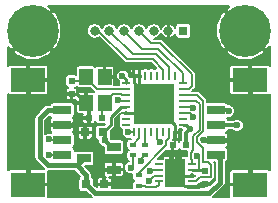
<source format=gtl>
G04 #@! TF.FileFunction,Copper,L1,Top,Signal*
%FSLAX46Y46*%
G04 Gerber Fmt 4.6, Leading zero omitted, Abs format (unit mm)*
G04 Created by KiCad (PCBNEW 4.0.1-stable) date 2016 September 01, Thursday 02:04:04*
%MOMM*%
G01*
G04 APERTURE LIST*
%ADD10C,0.100000*%
%ADD11R,0.600000X0.400000*%
%ADD12R,1.200000X0.800000*%
%ADD13R,1.300000X0.800000*%
%ADD14R,0.800000X0.750000*%
%ADD15R,0.500000X0.600000*%
%ADD16C,4.400000*%
%ADD17R,0.600000X0.500000*%
%ADD18R,1.600000X0.800000*%
%ADD19R,3.000000X2.100000*%
%ADD20R,0.700000X0.250000*%
%ADD21R,0.250000X0.700000*%
%ADD22R,1.725000X1.725000*%
%ADD23R,0.830000X1.190000*%
%ADD24R,1.150000X1.400000*%
%ADD25R,0.800000X0.800000*%
%ADD26O,0.800000X0.800000*%
%ADD27C,0.600000*%
%ADD28C,0.250000*%
%ADD29C,0.300000*%
%ADD30C,0.160000*%
%ADD31C,0.400000*%
G04 APERTURE END LIST*
D10*
D11*
X49500000Y-54550000D03*
X49500000Y-53650000D03*
D12*
X47875000Y-55750000D03*
X47875000Y-53850000D03*
D13*
X45325000Y-54800000D03*
D14*
X45550000Y-57000000D03*
X47050000Y-57000000D03*
D15*
X55600000Y-55850000D03*
X55600000Y-56950000D03*
D16*
X59000000Y-44000000D03*
X41000000Y-44000000D03*
D14*
X46950000Y-52600000D03*
X45450000Y-52600000D03*
D17*
X53950000Y-53700000D03*
X52850000Y-53700000D03*
X46850000Y-51400000D03*
X45750000Y-51400000D03*
D15*
X44300000Y-48250000D03*
X44300000Y-49350000D03*
D18*
X56500000Y-50725000D03*
X56500000Y-51975000D03*
X56500000Y-53225000D03*
X56500000Y-54475000D03*
D19*
X59400000Y-57025000D03*
X59400000Y-48175000D03*
D18*
X43500000Y-54475000D03*
X43500000Y-53225000D03*
X43500000Y-51975000D03*
X43500000Y-50725000D03*
D19*
X40600000Y-48175000D03*
X40600000Y-57025000D03*
D11*
X50500000Y-54550000D03*
X50500000Y-53650000D03*
X50000000Y-57150000D03*
X50000000Y-56250000D03*
D20*
X48900000Y-48450000D03*
X48900000Y-48950000D03*
X48900000Y-49450000D03*
X48900000Y-49950000D03*
X48900000Y-50450000D03*
X48900000Y-50950000D03*
X48900000Y-51450000D03*
X48900000Y-51950000D03*
D21*
X49550000Y-52600000D03*
X50050000Y-52600000D03*
X50550000Y-52600000D03*
X51050000Y-52600000D03*
X51550000Y-52600000D03*
X52050000Y-52600000D03*
X52550000Y-52600000D03*
X53050000Y-52600000D03*
D20*
X53700000Y-51950000D03*
X53700000Y-51450000D03*
X53700000Y-50950000D03*
X53700000Y-50450000D03*
X53700000Y-49950000D03*
X53700000Y-49450000D03*
X53700000Y-48950000D03*
X53700000Y-48450000D03*
D21*
X53050000Y-47800000D03*
X52550000Y-47800000D03*
X52050000Y-47800000D03*
X51550000Y-47800000D03*
X51050000Y-47800000D03*
X50550000Y-47800000D03*
X50050000Y-47800000D03*
X49550000Y-47800000D03*
D22*
X52162500Y-51062500D03*
X52162500Y-49337500D03*
X50437500Y-51062500D03*
X50437500Y-49337500D03*
D20*
X54485000Y-56755000D03*
X54485000Y-56255000D03*
X54485000Y-55755000D03*
X54485000Y-55255000D03*
X51685000Y-55255000D03*
X51685000Y-55755000D03*
X51685000Y-56255000D03*
X51685000Y-56755000D03*
D23*
X52670000Y-55410000D03*
X52670000Y-56600000D03*
X53500000Y-55410000D03*
X53500000Y-56600000D03*
D24*
X45500000Y-50100000D03*
X45500000Y-47900000D03*
X47100000Y-47900000D03*
X47100000Y-50100000D03*
D25*
X53750000Y-44000000D03*
D26*
X52500000Y-44000000D03*
X51250000Y-44000000D03*
X50000000Y-44000000D03*
X48750000Y-44000000D03*
X47500000Y-44000000D03*
X46250000Y-44000000D03*
D27*
X48600000Y-47800000D03*
X47100000Y-53285000D03*
X54300000Y-52300000D03*
X54919989Y-54585286D03*
X46600000Y-55375000D03*
X50000000Y-50800000D03*
X50000000Y-49200000D03*
X59400000Y-52600000D03*
X40600000Y-52600000D03*
X44600000Y-51975000D03*
X55540010Y-53208126D03*
X53318842Y-54618842D03*
X48200000Y-49900000D03*
X57600000Y-50800000D03*
X50900000Y-55908082D03*
X42400000Y-54500000D03*
X58300000Y-52000000D03*
X50874998Y-56700000D03*
X42400000Y-53200000D03*
X49300000Y-55600000D03*
X50159157Y-55059157D03*
X51769989Y-53408833D03*
X54599979Y-51260001D03*
X54599979Y-50500000D03*
X49100000Y-52600000D03*
D28*
X48900000Y-48450000D02*
X48900000Y-48100000D01*
X48900000Y-48100000D02*
X48600000Y-47800000D01*
X48900000Y-50450000D02*
X48476796Y-50450000D01*
X47600000Y-51326796D02*
X47600000Y-51975000D01*
X48476796Y-50450000D02*
X47600000Y-51326796D01*
X47600000Y-51975000D02*
X46975000Y-52600000D01*
X46975000Y-52600000D02*
X46950000Y-52600000D01*
X53700000Y-51950000D02*
X53950000Y-51950000D01*
X53950000Y-51950000D02*
X54300000Y-52300000D01*
D29*
X53950000Y-53700000D02*
X53950000Y-52650000D01*
X53950000Y-52650000D02*
X54300000Y-52300000D01*
D28*
X54485000Y-55755000D02*
X55505000Y-55755000D01*
X55505000Y-55755000D02*
X55600000Y-55850000D01*
D29*
X47100000Y-53285000D02*
X47100000Y-52750000D01*
X47100000Y-52750000D02*
X46950000Y-52600000D01*
X47875000Y-53850000D02*
X47665000Y-53850000D01*
X47665000Y-53850000D02*
X47100000Y-53285000D01*
D30*
X54485000Y-55755000D02*
X54995000Y-55755000D01*
X54995000Y-55755000D02*
X55075001Y-55674999D01*
X55075001Y-55674999D02*
X55075001Y-54740298D01*
X55075001Y-54740298D02*
X54919989Y-54585286D01*
D29*
X45375000Y-51975000D02*
X45725000Y-51975000D01*
X45725000Y-51975000D02*
X45750000Y-51950000D01*
X45750000Y-51950000D02*
X45750000Y-51400000D01*
D28*
X44300000Y-49350000D02*
X44750000Y-49350000D01*
X44750000Y-49350000D02*
X45500000Y-50100000D01*
X47100000Y-47900000D02*
X47925000Y-47900000D01*
X47925000Y-47900000D02*
X48000000Y-47825000D01*
X48000000Y-47825000D02*
X48000000Y-47534198D01*
X48319199Y-47214999D02*
X48880801Y-47214999D01*
X48000000Y-47534198D02*
X48319199Y-47214999D01*
X48880801Y-47214999D02*
X49465802Y-47800000D01*
X49465802Y-47800000D02*
X49550000Y-47800000D01*
D29*
X46975000Y-55750000D02*
X46600000Y-55375000D01*
X47875000Y-55750000D02*
X46975000Y-55750000D01*
D31*
X59400000Y-53300000D02*
X59400000Y-57025000D01*
X59325000Y-53225000D02*
X56500000Y-53225000D01*
X59400000Y-52600000D02*
X59400000Y-53300000D01*
X59400000Y-53300000D02*
X59325000Y-53225000D01*
X59400000Y-48175000D02*
X59400000Y-52600000D01*
X40600000Y-52600000D02*
X40600000Y-57025000D01*
X40600000Y-48175000D02*
X40600000Y-52600000D01*
D29*
X45750000Y-51400000D02*
X45750000Y-50350000D01*
X45750000Y-50350000D02*
X45500000Y-50100000D01*
X44600000Y-51975000D02*
X45375000Y-51975000D01*
D31*
X43500000Y-51975000D02*
X44600000Y-51975000D01*
X56500000Y-53225000D02*
X55556884Y-53225000D01*
X55556884Y-53225000D02*
X55540010Y-53208126D01*
D28*
X55600000Y-56950000D02*
X55384999Y-57165001D01*
X55384999Y-57165001D02*
X53900001Y-57165001D01*
X53900001Y-57165001D02*
X53335000Y-56600000D01*
X53335000Y-56600000D02*
X52670000Y-56600000D01*
X48900000Y-50950000D02*
X50325000Y-50950000D01*
X50325000Y-50950000D02*
X50437500Y-51062500D01*
X50050000Y-47800000D02*
X49550000Y-47800000D01*
X50050000Y-47800000D02*
X50050000Y-48950000D01*
X50050000Y-48950000D02*
X50437500Y-49337500D01*
X49550000Y-47800000D02*
X49550000Y-48450000D01*
X49550000Y-48450000D02*
X50437500Y-49337500D01*
X53050000Y-52600000D02*
X53050000Y-51950000D01*
X53050000Y-51950000D02*
X52162500Y-51062500D01*
X54485000Y-56255000D02*
X53845000Y-56255000D01*
X53845000Y-56255000D02*
X53500000Y-56600000D01*
D30*
X53318842Y-54618842D02*
X53318842Y-55228842D01*
X53318842Y-55228842D02*
X53500000Y-55410000D01*
X52850000Y-53700000D02*
X52850000Y-55230000D01*
X52850000Y-55230000D02*
X52670000Y-55410000D01*
X47875000Y-55750000D02*
X47875000Y-55190000D01*
X47875000Y-55190000D02*
X48715001Y-54349999D01*
X48715001Y-54349999D02*
X48715001Y-53257999D01*
X48715001Y-53257999D02*
X48309999Y-52852997D01*
X48309999Y-52852997D02*
X48309999Y-51132999D01*
X48309999Y-51132999D02*
X48492998Y-50950000D01*
X48492998Y-50950000D02*
X48900000Y-50950000D01*
X53050000Y-52600000D02*
X53050000Y-53500000D01*
X53050000Y-53500000D02*
X52850000Y-53700000D01*
D29*
X47050000Y-57000000D02*
X47700000Y-57000000D01*
X47875000Y-55750000D02*
X47875000Y-56825000D01*
X47875000Y-56825000D02*
X47700000Y-57000000D01*
X45375000Y-51975000D02*
X45450000Y-52050000D01*
X45450000Y-52050000D02*
X45450000Y-52600000D01*
X46600000Y-55375000D02*
X46600000Y-54425000D01*
X46600000Y-54425000D02*
X45450000Y-53275000D01*
X45450000Y-53275000D02*
X45450000Y-52600000D01*
D30*
X48900000Y-49950000D02*
X48250000Y-49950000D01*
X48250000Y-49950000D02*
X48200000Y-49900000D01*
D31*
X44725000Y-55400000D02*
X42300000Y-55400000D01*
X42300000Y-55400000D02*
X41600000Y-54700000D01*
X41600000Y-54700000D02*
X41600000Y-51425000D01*
X41600000Y-51425000D02*
X42300000Y-50725000D01*
X42300000Y-50725000D02*
X43500000Y-50725000D01*
X44725000Y-55400000D02*
X45325000Y-54800000D01*
X45550000Y-57000000D02*
X45550000Y-56225000D01*
X45550000Y-56225000D02*
X44725000Y-55400000D01*
X56500000Y-54475000D02*
X56900000Y-54875000D01*
X56900000Y-54875000D02*
X56900000Y-56848002D01*
X56900000Y-56848002D02*
X55973002Y-57775000D01*
X55973002Y-57775000D02*
X46325000Y-57775000D01*
X46325000Y-57775000D02*
X45550000Y-57000000D01*
D29*
X45550000Y-57000000D02*
X45550000Y-56325000D01*
D30*
X48900000Y-49450000D02*
X48549202Y-49450000D01*
X48459201Y-49359999D02*
X47840001Y-49359999D01*
X48549202Y-49450000D02*
X48459201Y-49359999D01*
X47840001Y-49359999D02*
X47100000Y-50100000D01*
X46850000Y-51400000D02*
X46850000Y-50350000D01*
X46850000Y-50350000D02*
X47100000Y-50100000D01*
X44300000Y-48250000D02*
X45150000Y-48250000D01*
X45150000Y-48250000D02*
X45500000Y-47900000D01*
X48900000Y-48950000D02*
X46425000Y-48950000D01*
X46425000Y-48950000D02*
X45500000Y-48025000D01*
X45500000Y-48025000D02*
X45500000Y-47900000D01*
X53700000Y-48950000D02*
X54210000Y-48950000D01*
X54210000Y-48950000D02*
X54500000Y-48660000D01*
X54500000Y-48660000D02*
X54500000Y-47700000D01*
X54500000Y-47700000D02*
X51800000Y-45000000D01*
X51000000Y-45000000D02*
X50000000Y-44000000D01*
X51800000Y-45000000D02*
X51000000Y-45000000D01*
X53700000Y-48450000D02*
X53700000Y-47542998D01*
X53700000Y-47542998D02*
X51657002Y-45500000D01*
X50250000Y-45500000D02*
X50100000Y-45350000D01*
X51657002Y-45500000D02*
X50250000Y-45500000D01*
X50100000Y-45350000D02*
X48750000Y-44000000D01*
X52550000Y-47800000D02*
X52550000Y-47050000D01*
X52550000Y-47050000D02*
X51470010Y-45970010D01*
X51470010Y-45970010D02*
X49470010Y-45970010D01*
X49470010Y-45970010D02*
X47500000Y-44000000D01*
X46250000Y-44000000D02*
X46552798Y-44000000D01*
X46552798Y-44000000D02*
X48952798Y-46400000D01*
X48952798Y-46400000D02*
X51160000Y-46400000D01*
X51160000Y-46400000D02*
X52050000Y-47290000D01*
X52050000Y-47290000D02*
X52050000Y-47800000D01*
D29*
X56500000Y-50725000D02*
X57525000Y-50725000D01*
X57525000Y-50725000D02*
X57600000Y-50800000D01*
D30*
X51685000Y-55755000D02*
X51053082Y-55755000D01*
X51053082Y-55755000D02*
X50900000Y-55908082D01*
X43500000Y-54475000D02*
X42425000Y-54475000D01*
X42425000Y-54475000D02*
X42400000Y-54500000D01*
D29*
X56500000Y-51975000D02*
X58275000Y-51975000D01*
X58275000Y-51975000D02*
X58300000Y-52000000D01*
D30*
X51685000Y-56255000D02*
X51319998Y-56255000D01*
X51319998Y-56255000D02*
X50874998Y-56700000D01*
X43500000Y-53225000D02*
X42425000Y-53225000D01*
X42425000Y-53225000D02*
X42400000Y-53200000D01*
X49500000Y-54550000D02*
X49500000Y-55400000D01*
X49500000Y-55400000D02*
X49300000Y-55600000D01*
X50159157Y-55059157D02*
X50159157Y-54890843D01*
X50159157Y-54890843D02*
X50500000Y-54550000D01*
X51550000Y-52600000D02*
X51550000Y-53188844D01*
X51550000Y-53188844D02*
X51769989Y-53408833D01*
X53700000Y-50950000D02*
X54289978Y-50950000D01*
X54289978Y-50950000D02*
X54599979Y-51260001D01*
X54549979Y-50450000D02*
X54599979Y-50500000D01*
X53700000Y-50450000D02*
X54549979Y-50450000D01*
X50050000Y-52600000D02*
X50050000Y-53100000D01*
X50050000Y-53100000D02*
X49500000Y-53650000D01*
X50550000Y-52600000D02*
X50550000Y-53600000D01*
X50550000Y-53600000D02*
X50500000Y-53650000D01*
X50000000Y-57150000D02*
X50525796Y-57150000D01*
X50525796Y-57150000D02*
X50615797Y-57240001D01*
X50615797Y-57240001D02*
X51484999Y-57240001D01*
X51484999Y-57240001D02*
X51685000Y-57040000D01*
X51685000Y-57040000D02*
X51685000Y-56755000D01*
X50000000Y-56250000D02*
X50000000Y-56017516D01*
X52309990Y-53707526D02*
X52309990Y-53350010D01*
X50000000Y-56017516D02*
X52309990Y-53707526D01*
X52309990Y-53350010D02*
X52550000Y-53110000D01*
X52550000Y-53110000D02*
X52550000Y-52600000D01*
X49550000Y-52600000D02*
X49100000Y-52600000D01*
X55139980Y-52360020D02*
X54600000Y-52900000D01*
X54600000Y-52900000D02*
X54600000Y-54106073D01*
X54600000Y-54106073D02*
X54379988Y-54326085D01*
X54379988Y-54326085D02*
X54379988Y-54864988D01*
X54379988Y-54864988D02*
X54485000Y-54970000D01*
X54485000Y-54970000D02*
X54485000Y-55255000D01*
X55139980Y-50239980D02*
X54850000Y-49950000D01*
X55139980Y-52360020D02*
X55139980Y-50239980D01*
X54850000Y-49950000D02*
X53700000Y-49950000D01*
X54485000Y-56755000D02*
X54812998Y-56755000D01*
X55459999Y-53927317D02*
X54920010Y-53387328D01*
X55459999Y-52492563D02*
X55459999Y-49959999D01*
X55459999Y-49959999D02*
X54950000Y-49450000D01*
X54812998Y-56755000D02*
X55177997Y-56390001D01*
X56090001Y-56342001D02*
X56090001Y-55357999D01*
X54920010Y-53032552D02*
X55459999Y-52492563D01*
X55177997Y-56390001D02*
X56042001Y-56390001D01*
X56042001Y-56390001D02*
X56090001Y-56342001D01*
X56090001Y-55357999D02*
X55847003Y-55115001D01*
X55847003Y-55115001D02*
X55507999Y-55115001D01*
X55507999Y-55115001D02*
X55459999Y-55067001D01*
X55459999Y-55067001D02*
X55459999Y-53927317D01*
X54920010Y-53387328D02*
X54920010Y-53032552D01*
X54950000Y-49450000D02*
X53700000Y-49450000D01*
G36*
X57640957Y-41916215D02*
X57594917Y-41946978D01*
X57333496Y-42234501D01*
X59000000Y-43901005D01*
X59014142Y-43886863D01*
X59113137Y-43985858D01*
X59098995Y-44000000D01*
X60765499Y-45666504D01*
X61053022Y-45405083D01*
X61090000Y-45318547D01*
X61090000Y-46975589D01*
X61035949Y-46921538D01*
X60947739Y-46885000D01*
X59530000Y-46885000D01*
X59470000Y-46945000D01*
X59470000Y-48105000D01*
X59490000Y-48105000D01*
X59490000Y-48245000D01*
X59470000Y-48245000D01*
X59470000Y-49405000D01*
X59530000Y-49465000D01*
X60947739Y-49465000D01*
X61035949Y-49428462D01*
X61090000Y-49374411D01*
X61090000Y-55825589D01*
X61035949Y-55771538D01*
X60947739Y-55735000D01*
X59530000Y-55735000D01*
X59470000Y-55795000D01*
X59470000Y-56955000D01*
X59490000Y-56955000D01*
X59490000Y-57095000D01*
X59470000Y-57095000D01*
X59470000Y-57115000D01*
X59330000Y-57115000D01*
X59330000Y-57095000D01*
X57720000Y-57095000D01*
X57660000Y-57155000D01*
X57660000Y-58090000D01*
X56308540Y-58090000D01*
X57225269Y-57173271D01*
X57324985Y-57024037D01*
X57360000Y-56848002D01*
X57360000Y-55927261D01*
X57660000Y-55927261D01*
X57660000Y-56895000D01*
X57720000Y-56955000D01*
X59330000Y-56955000D01*
X59330000Y-55795000D01*
X59270000Y-55735000D01*
X57852261Y-55735000D01*
X57764051Y-55771538D01*
X57696538Y-55839051D01*
X57660000Y-55927261D01*
X57360000Y-55927261D01*
X57360000Y-55128804D01*
X57396350Y-55121964D01*
X57484842Y-55065021D01*
X57544207Y-54978136D01*
X57565093Y-54875000D01*
X57565093Y-54075000D01*
X57546964Y-53978650D01*
X57490021Y-53890158D01*
X57413397Y-53837804D01*
X57435949Y-53828462D01*
X57503462Y-53760949D01*
X57540000Y-53672739D01*
X57540000Y-53355000D01*
X57480000Y-53295000D01*
X56570000Y-53295000D01*
X56570000Y-53315000D01*
X56430000Y-53315000D01*
X56430000Y-53295000D01*
X55520000Y-53295000D01*
X55460000Y-53355000D01*
X55460000Y-53446486D01*
X55260010Y-53246496D01*
X55260010Y-53173384D01*
X55460000Y-52973394D01*
X55460000Y-53095000D01*
X55520000Y-53155000D01*
X56430000Y-53155000D01*
X56430000Y-53135000D01*
X56570000Y-53135000D01*
X56570000Y-53155000D01*
X57480000Y-53155000D01*
X57540000Y-53095000D01*
X57540000Y-52777261D01*
X57503462Y-52689051D01*
X57435949Y-52621538D01*
X57412261Y-52611726D01*
X57484842Y-52565021D01*
X57544207Y-52478136D01*
X57563068Y-52385000D01*
X57893059Y-52385000D01*
X57982371Y-52474468D01*
X58188120Y-52559903D01*
X58410902Y-52560097D01*
X58616800Y-52475022D01*
X58774468Y-52317629D01*
X58859903Y-52111880D01*
X58860097Y-51889098D01*
X58775022Y-51683200D01*
X58617629Y-51525532D01*
X58411880Y-51440097D01*
X58189098Y-51439903D01*
X57983200Y-51524978D01*
X57943108Y-51565000D01*
X57563211Y-51565000D01*
X57546964Y-51478650D01*
X57490021Y-51390158D01*
X57430876Y-51349747D01*
X57443735Y-51341473D01*
X57488120Y-51359903D01*
X57710902Y-51360097D01*
X57916800Y-51275022D01*
X58074468Y-51117629D01*
X58159903Y-50911880D01*
X58160097Y-50689098D01*
X58075022Y-50483200D01*
X57917629Y-50325532D01*
X57711880Y-50240097D01*
X57549091Y-50239955D01*
X57546964Y-50228650D01*
X57490021Y-50140158D01*
X57403136Y-50080793D01*
X57300000Y-50059907D01*
X55799999Y-50059907D01*
X55799999Y-49959999D01*
X55774118Y-49829887D01*
X55766982Y-49819207D01*
X55700416Y-49719583D01*
X55190416Y-49209584D01*
X55080113Y-49135881D01*
X54950000Y-49110000D01*
X54530832Y-49110000D01*
X54740416Y-48900416D01*
X54814119Y-48790113D01*
X54840000Y-48660000D01*
X54840000Y-48305000D01*
X57660000Y-48305000D01*
X57660000Y-49272739D01*
X57696538Y-49360949D01*
X57764051Y-49428462D01*
X57852261Y-49465000D01*
X59270000Y-49465000D01*
X59330000Y-49405000D01*
X59330000Y-48245000D01*
X57720000Y-48245000D01*
X57660000Y-48305000D01*
X54840000Y-48305000D01*
X54840000Y-47700000D01*
X54814119Y-47569888D01*
X54785973Y-47527764D01*
X54740417Y-47459584D01*
X54358094Y-47077261D01*
X57660000Y-47077261D01*
X57660000Y-48045000D01*
X57720000Y-48105000D01*
X59330000Y-48105000D01*
X59330000Y-46945000D01*
X59270000Y-46885000D01*
X57852261Y-46885000D01*
X57764051Y-46921538D01*
X57696538Y-46989051D01*
X57660000Y-47077261D01*
X54358094Y-47077261D01*
X53046332Y-45765499D01*
X57333496Y-45765499D01*
X57594917Y-46053022D01*
X58487530Y-46434447D01*
X59458162Y-46445249D01*
X60359043Y-46083785D01*
X60405083Y-46053022D01*
X60666504Y-45765499D01*
X59000000Y-44098995D01*
X57333496Y-45765499D01*
X53046332Y-45765499D01*
X52040416Y-44759584D01*
X51930113Y-44685881D01*
X51800000Y-44660000D01*
X51262930Y-44660000D01*
X51515501Y-44609760D01*
X51729620Y-44466690D01*
X51872690Y-44252571D01*
X51887189Y-44179681D01*
X51944180Y-44317301D01*
X52107915Y-44505851D01*
X52331342Y-44617390D01*
X52430000Y-44576173D01*
X52430000Y-44070000D01*
X52410000Y-44070000D01*
X52410000Y-43930000D01*
X52430000Y-43930000D01*
X52430000Y-43423827D01*
X52570000Y-43423827D01*
X52570000Y-43930000D01*
X52590000Y-43930000D01*
X52590000Y-44070000D01*
X52570000Y-44070000D01*
X52570000Y-44576173D01*
X52668658Y-44617390D01*
X52892085Y-44505851D01*
X53055820Y-44317301D01*
X53084907Y-44247063D01*
X53084907Y-44400000D01*
X53103036Y-44496350D01*
X53159979Y-44584842D01*
X53246864Y-44644207D01*
X53350000Y-44665093D01*
X54150000Y-44665093D01*
X54246350Y-44646964D01*
X54334842Y-44590021D01*
X54394207Y-44503136D01*
X54403314Y-44458162D01*
X56554751Y-44458162D01*
X56916215Y-45359043D01*
X56946978Y-45405083D01*
X57234501Y-45666504D01*
X58901005Y-44000000D01*
X57234501Y-42333496D01*
X56946978Y-42594917D01*
X56565553Y-43487530D01*
X56554751Y-44458162D01*
X54403314Y-44458162D01*
X54415093Y-44400000D01*
X54415093Y-43600000D01*
X54396964Y-43503650D01*
X54340021Y-43415158D01*
X54253136Y-43355793D01*
X54150000Y-43334907D01*
X53350000Y-43334907D01*
X53253650Y-43353036D01*
X53165158Y-43409979D01*
X53105793Y-43496864D01*
X53084907Y-43600000D01*
X53084907Y-43752937D01*
X53055820Y-43682699D01*
X52892085Y-43494149D01*
X52668658Y-43382610D01*
X52570000Y-43423827D01*
X52430000Y-43423827D01*
X52331342Y-43382610D01*
X52107915Y-43494149D01*
X51944180Y-43682699D01*
X51887189Y-43820319D01*
X51872690Y-43747429D01*
X51729620Y-43533310D01*
X51515501Y-43390240D01*
X51262930Y-43340000D01*
X51237070Y-43340000D01*
X50984499Y-43390240D01*
X50770380Y-43533310D01*
X50627310Y-43747429D01*
X50625000Y-43759042D01*
X50622690Y-43747429D01*
X50479620Y-43533310D01*
X50265501Y-43390240D01*
X50012930Y-43340000D01*
X49987070Y-43340000D01*
X49734499Y-43390240D01*
X49520380Y-43533310D01*
X49377310Y-43747429D01*
X49375000Y-43759042D01*
X49372690Y-43747429D01*
X49229620Y-43533310D01*
X49015501Y-43390240D01*
X48762930Y-43340000D01*
X48737070Y-43340000D01*
X48484499Y-43390240D01*
X48270380Y-43533310D01*
X48127310Y-43747429D01*
X48125000Y-43759042D01*
X48122690Y-43747429D01*
X47979620Y-43533310D01*
X47765501Y-43390240D01*
X47512930Y-43340000D01*
X47487070Y-43340000D01*
X47234499Y-43390240D01*
X47020380Y-43533310D01*
X46877310Y-43747429D01*
X46875000Y-43759042D01*
X46872690Y-43747429D01*
X46729620Y-43533310D01*
X46515501Y-43390240D01*
X46262930Y-43340000D01*
X46237070Y-43340000D01*
X45984499Y-43390240D01*
X45770380Y-43533310D01*
X45627310Y-43747429D01*
X45577070Y-44000000D01*
X45627310Y-44252571D01*
X45770380Y-44466690D01*
X45984499Y-44609760D01*
X46237070Y-44660000D01*
X46262930Y-44660000D01*
X46515501Y-44609760D01*
X46615145Y-44543180D01*
X48712382Y-46640417D01*
X48816521Y-46710000D01*
X48822686Y-46714119D01*
X48952798Y-46740000D01*
X51019168Y-46740000D01*
X51464075Y-47184907D01*
X51425000Y-47184907D01*
X51328650Y-47203036D01*
X51300558Y-47221113D01*
X51278136Y-47205793D01*
X51175000Y-47184907D01*
X50925000Y-47184907D01*
X50828650Y-47203036D01*
X50800558Y-47221113D01*
X50778136Y-47205793D01*
X50675000Y-47184907D01*
X50425000Y-47184907D01*
X50328650Y-47203036D01*
X50280589Y-47233962D01*
X50222739Y-47210000D01*
X50172500Y-47210000D01*
X50112500Y-47270000D01*
X50112500Y-47730000D01*
X50140000Y-47730000D01*
X50140000Y-47870000D01*
X50112500Y-47870000D01*
X50112500Y-47890000D01*
X49987500Y-47890000D01*
X49987500Y-47870000D01*
X49612500Y-47870000D01*
X49612500Y-47890000D01*
X49487500Y-47890000D01*
X49487500Y-47870000D01*
X49245000Y-47870000D01*
X49218299Y-47896701D01*
X49172236Y-47827764D01*
X49159987Y-47815515D01*
X49160097Y-47689098D01*
X49075022Y-47483200D01*
X48994225Y-47402261D01*
X49185000Y-47402261D01*
X49185000Y-47670000D01*
X49245000Y-47730000D01*
X49487500Y-47730000D01*
X49487500Y-47270000D01*
X49612500Y-47270000D01*
X49612500Y-47730000D01*
X49987500Y-47730000D01*
X49987500Y-47270000D01*
X49927500Y-47210000D01*
X49877261Y-47210000D01*
X49800000Y-47242003D01*
X49722739Y-47210000D01*
X49672500Y-47210000D01*
X49612500Y-47270000D01*
X49487500Y-47270000D01*
X49427500Y-47210000D01*
X49377261Y-47210000D01*
X49289051Y-47246538D01*
X49221538Y-47314051D01*
X49185000Y-47402261D01*
X48994225Y-47402261D01*
X48917629Y-47325532D01*
X48711880Y-47240097D01*
X48489098Y-47239903D01*
X48283200Y-47324978D01*
X48125532Y-47482371D01*
X48040097Y-47688120D01*
X48039903Y-47910902D01*
X48124978Y-48116800D01*
X48282371Y-48274468D01*
X48294150Y-48279359D01*
X48284907Y-48325000D01*
X48284907Y-48575000D01*
X48291493Y-48610000D01*
X47915000Y-48610000D01*
X47915000Y-48030000D01*
X47855000Y-47970000D01*
X47170000Y-47970000D01*
X47170000Y-47990000D01*
X47030000Y-47990000D01*
X47030000Y-47970000D01*
X47010000Y-47970000D01*
X47010000Y-47830000D01*
X47030000Y-47830000D01*
X47030000Y-47020000D01*
X47170000Y-47020000D01*
X47170000Y-47830000D01*
X47855000Y-47830000D01*
X47915000Y-47770000D01*
X47915000Y-47152261D01*
X47878462Y-47064051D01*
X47810949Y-46996538D01*
X47722739Y-46960000D01*
X47230000Y-46960000D01*
X47170000Y-47020000D01*
X47030000Y-47020000D01*
X46970000Y-46960000D01*
X46477261Y-46960000D01*
X46389051Y-46996538D01*
X46321538Y-47064051D01*
X46311726Y-47087739D01*
X46265021Y-47015158D01*
X46178136Y-46955793D01*
X46075000Y-46934907D01*
X44925000Y-46934907D01*
X44828650Y-46953036D01*
X44740158Y-47009979D01*
X44680793Y-47096864D01*
X44659907Y-47200000D01*
X44659907Y-47710419D01*
X44653136Y-47705793D01*
X44550000Y-47684907D01*
X44050000Y-47684907D01*
X43953650Y-47703036D01*
X43865158Y-47759979D01*
X43805793Y-47846864D01*
X43784907Y-47950000D01*
X43784907Y-48550000D01*
X43803036Y-48646350D01*
X43859979Y-48734842D01*
X43946864Y-48794207D01*
X44024851Y-48810000D01*
X44002261Y-48810000D01*
X43914051Y-48846538D01*
X43846538Y-48914051D01*
X43810000Y-49002261D01*
X43810000Y-49220000D01*
X43870000Y-49280000D01*
X44230000Y-49280000D01*
X44230000Y-49260000D01*
X44370000Y-49260000D01*
X44370000Y-49280000D01*
X44390000Y-49280000D01*
X44390000Y-49420000D01*
X44370000Y-49420000D01*
X44370000Y-49830000D01*
X44430000Y-49890000D01*
X44597739Y-49890000D01*
X44685000Y-49853855D01*
X44685000Y-49970000D01*
X44745000Y-50030000D01*
X45430000Y-50030000D01*
X45430000Y-49220000D01*
X45370000Y-49160000D01*
X44877261Y-49160000D01*
X44790000Y-49196145D01*
X44790000Y-49002261D01*
X44753462Y-48914051D01*
X44685949Y-48846538D01*
X44597739Y-48810000D01*
X44577068Y-48810000D01*
X44646350Y-48796964D01*
X44714543Y-48753083D01*
X44734979Y-48784842D01*
X44821864Y-48844207D01*
X44925000Y-48865093D01*
X45859260Y-48865093D01*
X46176390Y-49182223D01*
X46122739Y-49160000D01*
X45630000Y-49160000D01*
X45570000Y-49220000D01*
X45570000Y-50030000D01*
X45590000Y-50030000D01*
X45590000Y-50170000D01*
X45570000Y-50170000D01*
X45570000Y-50190000D01*
X45430000Y-50190000D01*
X45430000Y-50170000D01*
X44745000Y-50170000D01*
X44685000Y-50230000D01*
X44685000Y-50847739D01*
X44721538Y-50935949D01*
X44789051Y-51003462D01*
X44877261Y-51040000D01*
X45235790Y-51040000D01*
X45210000Y-51102261D01*
X45210000Y-51270000D01*
X45270000Y-51330000D01*
X45680000Y-51330000D01*
X45680000Y-51310000D01*
X45820000Y-51310000D01*
X45820000Y-51330000D01*
X45840000Y-51330000D01*
X45840000Y-51470000D01*
X45820000Y-51470000D01*
X45820000Y-51830000D01*
X45880000Y-51890000D01*
X46097739Y-51890000D01*
X46185949Y-51853462D01*
X46253462Y-51785949D01*
X46290000Y-51697739D01*
X46290000Y-51677068D01*
X46303036Y-51746350D01*
X46359979Y-51834842D01*
X46446864Y-51894207D01*
X46550000Y-51915093D01*
X47115435Y-51915093D01*
X47070621Y-51959907D01*
X46550000Y-51959907D01*
X46453650Y-51978036D01*
X46365158Y-52034979D01*
X46305793Y-52121864D01*
X46284907Y-52225000D01*
X46284907Y-52975000D01*
X46303036Y-53071350D01*
X46359979Y-53159842D01*
X46446864Y-53219207D01*
X46540040Y-53238076D01*
X46539903Y-53395902D01*
X46624978Y-53601800D01*
X46782371Y-53759468D01*
X46988120Y-53844903D01*
X47009907Y-53844922D01*
X47009907Y-54250000D01*
X47028036Y-54346350D01*
X47084979Y-54434842D01*
X47171864Y-54494207D01*
X47275000Y-54515093D01*
X48475000Y-54515093D01*
X48571350Y-54496964D01*
X48659842Y-54440021D01*
X48719207Y-54353136D01*
X48740093Y-54250000D01*
X48740093Y-53450000D01*
X48721964Y-53353650D01*
X48665021Y-53265158D01*
X48578136Y-53205793D01*
X48475000Y-53184907D01*
X47660088Y-53184907D01*
X47660097Y-53174098D01*
X47602837Y-53035519D01*
X47615093Y-52975000D01*
X47615093Y-52504379D01*
X47872236Y-52247236D01*
X47887094Y-52225000D01*
X47955694Y-52122333D01*
X47985000Y-51975000D01*
X47985000Y-51486268D01*
X48321285Y-51149983D01*
X48333975Y-51180618D01*
X48305793Y-51221864D01*
X48284907Y-51325000D01*
X48284907Y-51575000D01*
X48303036Y-51671350D01*
X48321113Y-51699442D01*
X48305793Y-51721864D01*
X48284907Y-51825000D01*
X48284907Y-52075000D01*
X48303036Y-52171350D01*
X48359979Y-52259842D01*
X48446864Y-52319207D01*
X48550000Y-52340093D01*
X48601564Y-52340093D01*
X48540097Y-52488120D01*
X48539903Y-52710902D01*
X48624978Y-52916800D01*
X48782371Y-53074468D01*
X48988120Y-53159903D01*
X49210902Y-53160097D01*
X49248939Y-53144380D01*
X49308253Y-53184907D01*
X49200000Y-53184907D01*
X49103650Y-53203036D01*
X49015158Y-53259979D01*
X48955793Y-53346864D01*
X48934907Y-53450000D01*
X48934907Y-53850000D01*
X48953036Y-53946350D01*
X49009979Y-54034842D01*
X49096864Y-54094207D01*
X49122732Y-54099446D01*
X49103650Y-54103036D01*
X49015158Y-54159979D01*
X48955793Y-54246864D01*
X48934907Y-54350000D01*
X48934907Y-54750000D01*
X48953036Y-54846350D01*
X49009979Y-54934842D01*
X49096864Y-54994207D01*
X49160000Y-55006993D01*
X49160000Y-55051926D01*
X48983200Y-55124978D01*
X48825532Y-55282371D01*
X48740097Y-55488120D01*
X48739903Y-55710902D01*
X48824978Y-55916800D01*
X48982371Y-56074468D01*
X49188120Y-56159903D01*
X49410902Y-56160097D01*
X49434907Y-56150178D01*
X49434907Y-56450000D01*
X49453036Y-56546350D01*
X49509979Y-56634842D01*
X49596864Y-56694207D01*
X49622732Y-56699446D01*
X49603650Y-56703036D01*
X49515158Y-56759979D01*
X49455793Y-56846864D01*
X49434907Y-56950000D01*
X49434907Y-57315000D01*
X47690000Y-57315000D01*
X47690000Y-57130000D01*
X47630000Y-57070000D01*
X47120000Y-57070000D01*
X47120000Y-57090000D01*
X46980000Y-57090000D01*
X46980000Y-57070000D01*
X46470000Y-57070000D01*
X46410000Y-57130000D01*
X46410000Y-57209462D01*
X46215093Y-57014555D01*
X46215093Y-56625000D01*
X46206111Y-56577261D01*
X46410000Y-56577261D01*
X46410000Y-56870000D01*
X46470000Y-56930000D01*
X46980000Y-56930000D01*
X46980000Y-56445000D01*
X46920000Y-56385000D01*
X46602261Y-56385000D01*
X46514051Y-56421538D01*
X46446538Y-56489051D01*
X46410000Y-56577261D01*
X46206111Y-56577261D01*
X46196964Y-56528650D01*
X46140021Y-56440158D01*
X46053136Y-56380793D01*
X46010000Y-56372058D01*
X46010000Y-56225000D01*
X45974985Y-56048966D01*
X45875269Y-55899731D01*
X45855538Y-55880000D01*
X47035000Y-55880000D01*
X47035000Y-56197739D01*
X47071538Y-56285949D01*
X47139051Y-56353462D01*
X47215190Y-56385000D01*
X47180000Y-56385000D01*
X47120000Y-56445000D01*
X47120000Y-56930000D01*
X47630000Y-56930000D01*
X47690000Y-56870000D01*
X47690000Y-56577261D01*
X47653462Y-56489051D01*
X47585949Y-56421538D01*
X47509810Y-56390000D01*
X47745000Y-56390000D01*
X47805000Y-56330000D01*
X47805000Y-55820000D01*
X47945000Y-55820000D01*
X47945000Y-56330000D01*
X48005000Y-56390000D01*
X48522739Y-56390000D01*
X48610949Y-56353462D01*
X48678462Y-56285949D01*
X48715000Y-56197739D01*
X48715000Y-55880000D01*
X48655000Y-55820000D01*
X47945000Y-55820000D01*
X47805000Y-55820000D01*
X47095000Y-55820000D01*
X47035000Y-55880000D01*
X45855538Y-55880000D01*
X45440631Y-55465093D01*
X45975000Y-55465093D01*
X46071350Y-55446964D01*
X46159842Y-55390021D01*
X46219207Y-55303136D01*
X46219384Y-55302261D01*
X47035000Y-55302261D01*
X47035000Y-55620000D01*
X47095000Y-55680000D01*
X47805000Y-55680000D01*
X47805000Y-55170000D01*
X47945000Y-55170000D01*
X47945000Y-55680000D01*
X48655000Y-55680000D01*
X48715000Y-55620000D01*
X48715000Y-55302261D01*
X48678462Y-55214051D01*
X48610949Y-55146538D01*
X48522739Y-55110000D01*
X48005000Y-55110000D01*
X47945000Y-55170000D01*
X47805000Y-55170000D01*
X47745000Y-55110000D01*
X47227261Y-55110000D01*
X47139051Y-55146538D01*
X47071538Y-55214051D01*
X47035000Y-55302261D01*
X46219384Y-55302261D01*
X46240093Y-55200000D01*
X46240093Y-54400000D01*
X46221964Y-54303650D01*
X46165021Y-54215158D01*
X46078136Y-54155793D01*
X45975000Y-54134907D01*
X44675000Y-54134907D01*
X44578650Y-54153036D01*
X44565093Y-54161760D01*
X44565093Y-54075000D01*
X44546964Y-53978650D01*
X44490021Y-53890158D01*
X44430876Y-53849747D01*
X44484842Y-53815021D01*
X44544207Y-53728136D01*
X44565093Y-53625000D01*
X44565093Y-52825000D01*
X44547219Y-52730000D01*
X44810000Y-52730000D01*
X44810000Y-53022739D01*
X44846538Y-53110949D01*
X44914051Y-53178462D01*
X45002261Y-53215000D01*
X45320000Y-53215000D01*
X45380000Y-53155000D01*
X45380000Y-52670000D01*
X45520000Y-52670000D01*
X45520000Y-53155000D01*
X45580000Y-53215000D01*
X45897739Y-53215000D01*
X45985949Y-53178462D01*
X46053462Y-53110949D01*
X46090000Y-53022739D01*
X46090000Y-52730000D01*
X46030000Y-52670000D01*
X45520000Y-52670000D01*
X45380000Y-52670000D01*
X44870000Y-52670000D01*
X44810000Y-52730000D01*
X44547219Y-52730000D01*
X44546964Y-52728650D01*
X44490021Y-52640158D01*
X44413397Y-52587804D01*
X44435949Y-52578462D01*
X44503462Y-52510949D01*
X44540000Y-52422739D01*
X44540000Y-52177261D01*
X44810000Y-52177261D01*
X44810000Y-52470000D01*
X44870000Y-52530000D01*
X45380000Y-52530000D01*
X45380000Y-52045000D01*
X45520000Y-52045000D01*
X45520000Y-52530000D01*
X46030000Y-52530000D01*
X46090000Y-52470000D01*
X46090000Y-52177261D01*
X46053462Y-52089051D01*
X45985949Y-52021538D01*
X45897739Y-51985000D01*
X45580000Y-51985000D01*
X45520000Y-52045000D01*
X45380000Y-52045000D01*
X45320000Y-51985000D01*
X45002261Y-51985000D01*
X44914051Y-52021538D01*
X44846538Y-52089051D01*
X44810000Y-52177261D01*
X44540000Y-52177261D01*
X44540000Y-52105000D01*
X44480000Y-52045000D01*
X43570000Y-52045000D01*
X43570000Y-52065000D01*
X43430000Y-52065000D01*
X43430000Y-52045000D01*
X42520000Y-52045000D01*
X42460000Y-52105000D01*
X42460000Y-52422739D01*
X42496538Y-52510949D01*
X42564051Y-52578462D01*
X42587739Y-52588274D01*
X42515158Y-52634979D01*
X42511661Y-52640097D01*
X42289098Y-52639903D01*
X42083200Y-52724978D01*
X42060000Y-52748138D01*
X42060000Y-51615538D01*
X42453487Y-51222051D01*
X42509979Y-51309842D01*
X42586603Y-51362196D01*
X42564051Y-51371538D01*
X42496538Y-51439051D01*
X42460000Y-51527261D01*
X42460000Y-51845000D01*
X42520000Y-51905000D01*
X43430000Y-51905000D01*
X43430000Y-51885000D01*
X43570000Y-51885000D01*
X43570000Y-51905000D01*
X44480000Y-51905000D01*
X44540000Y-51845000D01*
X44540000Y-51530000D01*
X45210000Y-51530000D01*
X45210000Y-51697739D01*
X45246538Y-51785949D01*
X45314051Y-51853462D01*
X45402261Y-51890000D01*
X45620000Y-51890000D01*
X45680000Y-51830000D01*
X45680000Y-51470000D01*
X45270000Y-51470000D01*
X45210000Y-51530000D01*
X44540000Y-51530000D01*
X44540000Y-51527261D01*
X44503462Y-51439051D01*
X44435949Y-51371538D01*
X44412261Y-51361726D01*
X44484842Y-51315021D01*
X44544207Y-51228136D01*
X44565093Y-51125000D01*
X44565093Y-50325000D01*
X44546964Y-50228650D01*
X44490021Y-50140158D01*
X44403136Y-50080793D01*
X44300000Y-50059907D01*
X42700000Y-50059907D01*
X42603650Y-50078036D01*
X42515158Y-50134979D01*
X42455793Y-50221864D01*
X42447058Y-50265000D01*
X42300000Y-50265000D01*
X42123966Y-50300015D01*
X41992108Y-50388120D01*
X41974731Y-50399731D01*
X41274731Y-51099731D01*
X41175015Y-51248965D01*
X41172820Y-51260001D01*
X41140000Y-51425000D01*
X41140000Y-54700000D01*
X41175015Y-54876035D01*
X41274731Y-55025269D01*
X41974731Y-55725269D01*
X41989294Y-55735000D01*
X40730000Y-55735000D01*
X40670000Y-55795000D01*
X40670000Y-56955000D01*
X42280000Y-56955000D01*
X42340000Y-56895000D01*
X42340000Y-55927261D01*
X42312139Y-55860000D01*
X44534462Y-55860000D01*
X45052949Y-56378487D01*
X44965158Y-56434979D01*
X44905793Y-56521864D01*
X44884907Y-56625000D01*
X44884907Y-57375000D01*
X44903036Y-57471350D01*
X44959979Y-57559842D01*
X45046864Y-57619207D01*
X45150000Y-57640093D01*
X45539555Y-57640093D01*
X45989462Y-58090000D01*
X42340000Y-58090000D01*
X42340000Y-57155000D01*
X42280000Y-57095000D01*
X40670000Y-57095000D01*
X40670000Y-57115000D01*
X40530000Y-57115000D01*
X40530000Y-57095000D01*
X40510000Y-57095000D01*
X40510000Y-56955000D01*
X40530000Y-56955000D01*
X40530000Y-55795000D01*
X40470000Y-55735000D01*
X39052261Y-55735000D01*
X38964051Y-55771538D01*
X38910000Y-55825589D01*
X38910000Y-49480000D01*
X43810000Y-49480000D01*
X43810000Y-49697739D01*
X43846538Y-49785949D01*
X43914051Y-49853462D01*
X44002261Y-49890000D01*
X44170000Y-49890000D01*
X44230000Y-49830000D01*
X44230000Y-49420000D01*
X43870000Y-49420000D01*
X43810000Y-49480000D01*
X38910000Y-49480000D01*
X38910000Y-49374411D01*
X38964051Y-49428462D01*
X39052261Y-49465000D01*
X40470000Y-49465000D01*
X40530000Y-49405000D01*
X40530000Y-48245000D01*
X40670000Y-48245000D01*
X40670000Y-49405000D01*
X40730000Y-49465000D01*
X42147739Y-49465000D01*
X42235949Y-49428462D01*
X42303462Y-49360949D01*
X42340000Y-49272739D01*
X42340000Y-48305000D01*
X42280000Y-48245000D01*
X40670000Y-48245000D01*
X40530000Y-48245000D01*
X40510000Y-48245000D01*
X40510000Y-48105000D01*
X40530000Y-48105000D01*
X40530000Y-46945000D01*
X40670000Y-46945000D01*
X40670000Y-48105000D01*
X42280000Y-48105000D01*
X42340000Y-48045000D01*
X42340000Y-47077261D01*
X42303462Y-46989051D01*
X42235949Y-46921538D01*
X42147739Y-46885000D01*
X40730000Y-46885000D01*
X40670000Y-46945000D01*
X40530000Y-46945000D01*
X40470000Y-46885000D01*
X39052261Y-46885000D01*
X38964051Y-46921538D01*
X38910000Y-46975589D01*
X38910000Y-45765499D01*
X39333496Y-45765499D01*
X39594917Y-46053022D01*
X40487530Y-46434447D01*
X41458162Y-46445249D01*
X42359043Y-46083785D01*
X42405083Y-46053022D01*
X42666504Y-45765499D01*
X41000000Y-44098995D01*
X39333496Y-45765499D01*
X38910000Y-45765499D01*
X38910000Y-45343553D01*
X38916215Y-45359043D01*
X38946978Y-45405083D01*
X39234501Y-45666504D01*
X40901005Y-44000000D01*
X41098995Y-44000000D01*
X42765499Y-45666504D01*
X43053022Y-45405083D01*
X43434447Y-44512470D01*
X43445249Y-43541838D01*
X43083785Y-42640957D01*
X43053022Y-42594917D01*
X42765499Y-42333496D01*
X41098995Y-44000000D01*
X40901005Y-44000000D01*
X40886863Y-43985858D01*
X40985858Y-43886863D01*
X41000000Y-43901005D01*
X42666504Y-42234501D01*
X42405083Y-41946978D01*
X42318547Y-41910000D01*
X57656447Y-41910000D01*
X57640957Y-41916215D01*
X57640957Y-41916215D01*
G37*
X57640957Y-41916215D02*
X57594917Y-41946978D01*
X57333496Y-42234501D01*
X59000000Y-43901005D01*
X59014142Y-43886863D01*
X59113137Y-43985858D01*
X59098995Y-44000000D01*
X60765499Y-45666504D01*
X61053022Y-45405083D01*
X61090000Y-45318547D01*
X61090000Y-46975589D01*
X61035949Y-46921538D01*
X60947739Y-46885000D01*
X59530000Y-46885000D01*
X59470000Y-46945000D01*
X59470000Y-48105000D01*
X59490000Y-48105000D01*
X59490000Y-48245000D01*
X59470000Y-48245000D01*
X59470000Y-49405000D01*
X59530000Y-49465000D01*
X60947739Y-49465000D01*
X61035949Y-49428462D01*
X61090000Y-49374411D01*
X61090000Y-55825589D01*
X61035949Y-55771538D01*
X60947739Y-55735000D01*
X59530000Y-55735000D01*
X59470000Y-55795000D01*
X59470000Y-56955000D01*
X59490000Y-56955000D01*
X59490000Y-57095000D01*
X59470000Y-57095000D01*
X59470000Y-57115000D01*
X59330000Y-57115000D01*
X59330000Y-57095000D01*
X57720000Y-57095000D01*
X57660000Y-57155000D01*
X57660000Y-58090000D01*
X56308540Y-58090000D01*
X57225269Y-57173271D01*
X57324985Y-57024037D01*
X57360000Y-56848002D01*
X57360000Y-55927261D01*
X57660000Y-55927261D01*
X57660000Y-56895000D01*
X57720000Y-56955000D01*
X59330000Y-56955000D01*
X59330000Y-55795000D01*
X59270000Y-55735000D01*
X57852261Y-55735000D01*
X57764051Y-55771538D01*
X57696538Y-55839051D01*
X57660000Y-55927261D01*
X57360000Y-55927261D01*
X57360000Y-55128804D01*
X57396350Y-55121964D01*
X57484842Y-55065021D01*
X57544207Y-54978136D01*
X57565093Y-54875000D01*
X57565093Y-54075000D01*
X57546964Y-53978650D01*
X57490021Y-53890158D01*
X57413397Y-53837804D01*
X57435949Y-53828462D01*
X57503462Y-53760949D01*
X57540000Y-53672739D01*
X57540000Y-53355000D01*
X57480000Y-53295000D01*
X56570000Y-53295000D01*
X56570000Y-53315000D01*
X56430000Y-53315000D01*
X56430000Y-53295000D01*
X55520000Y-53295000D01*
X55460000Y-53355000D01*
X55460000Y-53446486D01*
X55260010Y-53246496D01*
X55260010Y-53173384D01*
X55460000Y-52973394D01*
X55460000Y-53095000D01*
X55520000Y-53155000D01*
X56430000Y-53155000D01*
X56430000Y-53135000D01*
X56570000Y-53135000D01*
X56570000Y-53155000D01*
X57480000Y-53155000D01*
X57540000Y-53095000D01*
X57540000Y-52777261D01*
X57503462Y-52689051D01*
X57435949Y-52621538D01*
X57412261Y-52611726D01*
X57484842Y-52565021D01*
X57544207Y-52478136D01*
X57563068Y-52385000D01*
X57893059Y-52385000D01*
X57982371Y-52474468D01*
X58188120Y-52559903D01*
X58410902Y-52560097D01*
X58616800Y-52475022D01*
X58774468Y-52317629D01*
X58859903Y-52111880D01*
X58860097Y-51889098D01*
X58775022Y-51683200D01*
X58617629Y-51525532D01*
X58411880Y-51440097D01*
X58189098Y-51439903D01*
X57983200Y-51524978D01*
X57943108Y-51565000D01*
X57563211Y-51565000D01*
X57546964Y-51478650D01*
X57490021Y-51390158D01*
X57430876Y-51349747D01*
X57443735Y-51341473D01*
X57488120Y-51359903D01*
X57710902Y-51360097D01*
X57916800Y-51275022D01*
X58074468Y-51117629D01*
X58159903Y-50911880D01*
X58160097Y-50689098D01*
X58075022Y-50483200D01*
X57917629Y-50325532D01*
X57711880Y-50240097D01*
X57549091Y-50239955D01*
X57546964Y-50228650D01*
X57490021Y-50140158D01*
X57403136Y-50080793D01*
X57300000Y-50059907D01*
X55799999Y-50059907D01*
X55799999Y-49959999D01*
X55774118Y-49829887D01*
X55766982Y-49819207D01*
X55700416Y-49719583D01*
X55190416Y-49209584D01*
X55080113Y-49135881D01*
X54950000Y-49110000D01*
X54530832Y-49110000D01*
X54740416Y-48900416D01*
X54814119Y-48790113D01*
X54840000Y-48660000D01*
X54840000Y-48305000D01*
X57660000Y-48305000D01*
X57660000Y-49272739D01*
X57696538Y-49360949D01*
X57764051Y-49428462D01*
X57852261Y-49465000D01*
X59270000Y-49465000D01*
X59330000Y-49405000D01*
X59330000Y-48245000D01*
X57720000Y-48245000D01*
X57660000Y-48305000D01*
X54840000Y-48305000D01*
X54840000Y-47700000D01*
X54814119Y-47569888D01*
X54785973Y-47527764D01*
X54740417Y-47459584D01*
X54358094Y-47077261D01*
X57660000Y-47077261D01*
X57660000Y-48045000D01*
X57720000Y-48105000D01*
X59330000Y-48105000D01*
X59330000Y-46945000D01*
X59270000Y-46885000D01*
X57852261Y-46885000D01*
X57764051Y-46921538D01*
X57696538Y-46989051D01*
X57660000Y-47077261D01*
X54358094Y-47077261D01*
X53046332Y-45765499D01*
X57333496Y-45765499D01*
X57594917Y-46053022D01*
X58487530Y-46434447D01*
X59458162Y-46445249D01*
X60359043Y-46083785D01*
X60405083Y-46053022D01*
X60666504Y-45765499D01*
X59000000Y-44098995D01*
X57333496Y-45765499D01*
X53046332Y-45765499D01*
X52040416Y-44759584D01*
X51930113Y-44685881D01*
X51800000Y-44660000D01*
X51262930Y-44660000D01*
X51515501Y-44609760D01*
X51729620Y-44466690D01*
X51872690Y-44252571D01*
X51887189Y-44179681D01*
X51944180Y-44317301D01*
X52107915Y-44505851D01*
X52331342Y-44617390D01*
X52430000Y-44576173D01*
X52430000Y-44070000D01*
X52410000Y-44070000D01*
X52410000Y-43930000D01*
X52430000Y-43930000D01*
X52430000Y-43423827D01*
X52570000Y-43423827D01*
X52570000Y-43930000D01*
X52590000Y-43930000D01*
X52590000Y-44070000D01*
X52570000Y-44070000D01*
X52570000Y-44576173D01*
X52668658Y-44617390D01*
X52892085Y-44505851D01*
X53055820Y-44317301D01*
X53084907Y-44247063D01*
X53084907Y-44400000D01*
X53103036Y-44496350D01*
X53159979Y-44584842D01*
X53246864Y-44644207D01*
X53350000Y-44665093D01*
X54150000Y-44665093D01*
X54246350Y-44646964D01*
X54334842Y-44590021D01*
X54394207Y-44503136D01*
X54403314Y-44458162D01*
X56554751Y-44458162D01*
X56916215Y-45359043D01*
X56946978Y-45405083D01*
X57234501Y-45666504D01*
X58901005Y-44000000D01*
X57234501Y-42333496D01*
X56946978Y-42594917D01*
X56565553Y-43487530D01*
X56554751Y-44458162D01*
X54403314Y-44458162D01*
X54415093Y-44400000D01*
X54415093Y-43600000D01*
X54396964Y-43503650D01*
X54340021Y-43415158D01*
X54253136Y-43355793D01*
X54150000Y-43334907D01*
X53350000Y-43334907D01*
X53253650Y-43353036D01*
X53165158Y-43409979D01*
X53105793Y-43496864D01*
X53084907Y-43600000D01*
X53084907Y-43752937D01*
X53055820Y-43682699D01*
X52892085Y-43494149D01*
X52668658Y-43382610D01*
X52570000Y-43423827D01*
X52430000Y-43423827D01*
X52331342Y-43382610D01*
X52107915Y-43494149D01*
X51944180Y-43682699D01*
X51887189Y-43820319D01*
X51872690Y-43747429D01*
X51729620Y-43533310D01*
X51515501Y-43390240D01*
X51262930Y-43340000D01*
X51237070Y-43340000D01*
X50984499Y-43390240D01*
X50770380Y-43533310D01*
X50627310Y-43747429D01*
X50625000Y-43759042D01*
X50622690Y-43747429D01*
X50479620Y-43533310D01*
X50265501Y-43390240D01*
X50012930Y-43340000D01*
X49987070Y-43340000D01*
X49734499Y-43390240D01*
X49520380Y-43533310D01*
X49377310Y-43747429D01*
X49375000Y-43759042D01*
X49372690Y-43747429D01*
X49229620Y-43533310D01*
X49015501Y-43390240D01*
X48762930Y-43340000D01*
X48737070Y-43340000D01*
X48484499Y-43390240D01*
X48270380Y-43533310D01*
X48127310Y-43747429D01*
X48125000Y-43759042D01*
X48122690Y-43747429D01*
X47979620Y-43533310D01*
X47765501Y-43390240D01*
X47512930Y-43340000D01*
X47487070Y-43340000D01*
X47234499Y-43390240D01*
X47020380Y-43533310D01*
X46877310Y-43747429D01*
X46875000Y-43759042D01*
X46872690Y-43747429D01*
X46729620Y-43533310D01*
X46515501Y-43390240D01*
X46262930Y-43340000D01*
X46237070Y-43340000D01*
X45984499Y-43390240D01*
X45770380Y-43533310D01*
X45627310Y-43747429D01*
X45577070Y-44000000D01*
X45627310Y-44252571D01*
X45770380Y-44466690D01*
X45984499Y-44609760D01*
X46237070Y-44660000D01*
X46262930Y-44660000D01*
X46515501Y-44609760D01*
X46615145Y-44543180D01*
X48712382Y-46640417D01*
X48816521Y-46710000D01*
X48822686Y-46714119D01*
X48952798Y-46740000D01*
X51019168Y-46740000D01*
X51464075Y-47184907D01*
X51425000Y-47184907D01*
X51328650Y-47203036D01*
X51300558Y-47221113D01*
X51278136Y-47205793D01*
X51175000Y-47184907D01*
X50925000Y-47184907D01*
X50828650Y-47203036D01*
X50800558Y-47221113D01*
X50778136Y-47205793D01*
X50675000Y-47184907D01*
X50425000Y-47184907D01*
X50328650Y-47203036D01*
X50280589Y-47233962D01*
X50222739Y-47210000D01*
X50172500Y-47210000D01*
X50112500Y-47270000D01*
X50112500Y-47730000D01*
X50140000Y-47730000D01*
X50140000Y-47870000D01*
X50112500Y-47870000D01*
X50112500Y-47890000D01*
X49987500Y-47890000D01*
X49987500Y-47870000D01*
X49612500Y-47870000D01*
X49612500Y-47890000D01*
X49487500Y-47890000D01*
X49487500Y-47870000D01*
X49245000Y-47870000D01*
X49218299Y-47896701D01*
X49172236Y-47827764D01*
X49159987Y-47815515D01*
X49160097Y-47689098D01*
X49075022Y-47483200D01*
X48994225Y-47402261D01*
X49185000Y-47402261D01*
X49185000Y-47670000D01*
X49245000Y-47730000D01*
X49487500Y-47730000D01*
X49487500Y-47270000D01*
X49612500Y-47270000D01*
X49612500Y-47730000D01*
X49987500Y-47730000D01*
X49987500Y-47270000D01*
X49927500Y-47210000D01*
X49877261Y-47210000D01*
X49800000Y-47242003D01*
X49722739Y-47210000D01*
X49672500Y-47210000D01*
X49612500Y-47270000D01*
X49487500Y-47270000D01*
X49427500Y-47210000D01*
X49377261Y-47210000D01*
X49289051Y-47246538D01*
X49221538Y-47314051D01*
X49185000Y-47402261D01*
X48994225Y-47402261D01*
X48917629Y-47325532D01*
X48711880Y-47240097D01*
X48489098Y-47239903D01*
X48283200Y-47324978D01*
X48125532Y-47482371D01*
X48040097Y-47688120D01*
X48039903Y-47910902D01*
X48124978Y-48116800D01*
X48282371Y-48274468D01*
X48294150Y-48279359D01*
X48284907Y-48325000D01*
X48284907Y-48575000D01*
X48291493Y-48610000D01*
X47915000Y-48610000D01*
X47915000Y-48030000D01*
X47855000Y-47970000D01*
X47170000Y-47970000D01*
X47170000Y-47990000D01*
X47030000Y-47990000D01*
X47030000Y-47970000D01*
X47010000Y-47970000D01*
X47010000Y-47830000D01*
X47030000Y-47830000D01*
X47030000Y-47020000D01*
X47170000Y-47020000D01*
X47170000Y-47830000D01*
X47855000Y-47830000D01*
X47915000Y-47770000D01*
X47915000Y-47152261D01*
X47878462Y-47064051D01*
X47810949Y-46996538D01*
X47722739Y-46960000D01*
X47230000Y-46960000D01*
X47170000Y-47020000D01*
X47030000Y-47020000D01*
X46970000Y-46960000D01*
X46477261Y-46960000D01*
X46389051Y-46996538D01*
X46321538Y-47064051D01*
X46311726Y-47087739D01*
X46265021Y-47015158D01*
X46178136Y-46955793D01*
X46075000Y-46934907D01*
X44925000Y-46934907D01*
X44828650Y-46953036D01*
X44740158Y-47009979D01*
X44680793Y-47096864D01*
X44659907Y-47200000D01*
X44659907Y-47710419D01*
X44653136Y-47705793D01*
X44550000Y-47684907D01*
X44050000Y-47684907D01*
X43953650Y-47703036D01*
X43865158Y-47759979D01*
X43805793Y-47846864D01*
X43784907Y-47950000D01*
X43784907Y-48550000D01*
X43803036Y-48646350D01*
X43859979Y-48734842D01*
X43946864Y-48794207D01*
X44024851Y-48810000D01*
X44002261Y-48810000D01*
X43914051Y-48846538D01*
X43846538Y-48914051D01*
X43810000Y-49002261D01*
X43810000Y-49220000D01*
X43870000Y-49280000D01*
X44230000Y-49280000D01*
X44230000Y-49260000D01*
X44370000Y-49260000D01*
X44370000Y-49280000D01*
X44390000Y-49280000D01*
X44390000Y-49420000D01*
X44370000Y-49420000D01*
X44370000Y-49830000D01*
X44430000Y-49890000D01*
X44597739Y-49890000D01*
X44685000Y-49853855D01*
X44685000Y-49970000D01*
X44745000Y-50030000D01*
X45430000Y-50030000D01*
X45430000Y-49220000D01*
X45370000Y-49160000D01*
X44877261Y-49160000D01*
X44790000Y-49196145D01*
X44790000Y-49002261D01*
X44753462Y-48914051D01*
X44685949Y-48846538D01*
X44597739Y-48810000D01*
X44577068Y-48810000D01*
X44646350Y-48796964D01*
X44714543Y-48753083D01*
X44734979Y-48784842D01*
X44821864Y-48844207D01*
X44925000Y-48865093D01*
X45859260Y-48865093D01*
X46176390Y-49182223D01*
X46122739Y-49160000D01*
X45630000Y-49160000D01*
X45570000Y-49220000D01*
X45570000Y-50030000D01*
X45590000Y-50030000D01*
X45590000Y-50170000D01*
X45570000Y-50170000D01*
X45570000Y-50190000D01*
X45430000Y-50190000D01*
X45430000Y-50170000D01*
X44745000Y-50170000D01*
X44685000Y-50230000D01*
X44685000Y-50847739D01*
X44721538Y-50935949D01*
X44789051Y-51003462D01*
X44877261Y-51040000D01*
X45235790Y-51040000D01*
X45210000Y-51102261D01*
X45210000Y-51270000D01*
X45270000Y-51330000D01*
X45680000Y-51330000D01*
X45680000Y-51310000D01*
X45820000Y-51310000D01*
X45820000Y-51330000D01*
X45840000Y-51330000D01*
X45840000Y-51470000D01*
X45820000Y-51470000D01*
X45820000Y-51830000D01*
X45880000Y-51890000D01*
X46097739Y-51890000D01*
X46185949Y-51853462D01*
X46253462Y-51785949D01*
X46290000Y-51697739D01*
X46290000Y-51677068D01*
X46303036Y-51746350D01*
X46359979Y-51834842D01*
X46446864Y-51894207D01*
X46550000Y-51915093D01*
X47115435Y-51915093D01*
X47070621Y-51959907D01*
X46550000Y-51959907D01*
X46453650Y-51978036D01*
X46365158Y-52034979D01*
X46305793Y-52121864D01*
X46284907Y-52225000D01*
X46284907Y-52975000D01*
X46303036Y-53071350D01*
X46359979Y-53159842D01*
X46446864Y-53219207D01*
X46540040Y-53238076D01*
X46539903Y-53395902D01*
X46624978Y-53601800D01*
X46782371Y-53759468D01*
X46988120Y-53844903D01*
X47009907Y-53844922D01*
X47009907Y-54250000D01*
X47028036Y-54346350D01*
X47084979Y-54434842D01*
X47171864Y-54494207D01*
X47275000Y-54515093D01*
X48475000Y-54515093D01*
X48571350Y-54496964D01*
X48659842Y-54440021D01*
X48719207Y-54353136D01*
X48740093Y-54250000D01*
X48740093Y-53450000D01*
X48721964Y-53353650D01*
X48665021Y-53265158D01*
X48578136Y-53205793D01*
X48475000Y-53184907D01*
X47660088Y-53184907D01*
X47660097Y-53174098D01*
X47602837Y-53035519D01*
X47615093Y-52975000D01*
X47615093Y-52504379D01*
X47872236Y-52247236D01*
X47887094Y-52225000D01*
X47955694Y-52122333D01*
X47985000Y-51975000D01*
X47985000Y-51486268D01*
X48321285Y-51149983D01*
X48333975Y-51180618D01*
X48305793Y-51221864D01*
X48284907Y-51325000D01*
X48284907Y-51575000D01*
X48303036Y-51671350D01*
X48321113Y-51699442D01*
X48305793Y-51721864D01*
X48284907Y-51825000D01*
X48284907Y-52075000D01*
X48303036Y-52171350D01*
X48359979Y-52259842D01*
X48446864Y-52319207D01*
X48550000Y-52340093D01*
X48601564Y-52340093D01*
X48540097Y-52488120D01*
X48539903Y-52710902D01*
X48624978Y-52916800D01*
X48782371Y-53074468D01*
X48988120Y-53159903D01*
X49210902Y-53160097D01*
X49248939Y-53144380D01*
X49308253Y-53184907D01*
X49200000Y-53184907D01*
X49103650Y-53203036D01*
X49015158Y-53259979D01*
X48955793Y-53346864D01*
X48934907Y-53450000D01*
X48934907Y-53850000D01*
X48953036Y-53946350D01*
X49009979Y-54034842D01*
X49096864Y-54094207D01*
X49122732Y-54099446D01*
X49103650Y-54103036D01*
X49015158Y-54159979D01*
X48955793Y-54246864D01*
X48934907Y-54350000D01*
X48934907Y-54750000D01*
X48953036Y-54846350D01*
X49009979Y-54934842D01*
X49096864Y-54994207D01*
X49160000Y-55006993D01*
X49160000Y-55051926D01*
X48983200Y-55124978D01*
X48825532Y-55282371D01*
X48740097Y-55488120D01*
X48739903Y-55710902D01*
X48824978Y-55916800D01*
X48982371Y-56074468D01*
X49188120Y-56159903D01*
X49410902Y-56160097D01*
X49434907Y-56150178D01*
X49434907Y-56450000D01*
X49453036Y-56546350D01*
X49509979Y-56634842D01*
X49596864Y-56694207D01*
X49622732Y-56699446D01*
X49603650Y-56703036D01*
X49515158Y-56759979D01*
X49455793Y-56846864D01*
X49434907Y-56950000D01*
X49434907Y-57315000D01*
X47690000Y-57315000D01*
X47690000Y-57130000D01*
X47630000Y-57070000D01*
X47120000Y-57070000D01*
X47120000Y-57090000D01*
X46980000Y-57090000D01*
X46980000Y-57070000D01*
X46470000Y-57070000D01*
X46410000Y-57130000D01*
X46410000Y-57209462D01*
X46215093Y-57014555D01*
X46215093Y-56625000D01*
X46206111Y-56577261D01*
X46410000Y-56577261D01*
X46410000Y-56870000D01*
X46470000Y-56930000D01*
X46980000Y-56930000D01*
X46980000Y-56445000D01*
X46920000Y-56385000D01*
X46602261Y-56385000D01*
X46514051Y-56421538D01*
X46446538Y-56489051D01*
X46410000Y-56577261D01*
X46206111Y-56577261D01*
X46196964Y-56528650D01*
X46140021Y-56440158D01*
X46053136Y-56380793D01*
X46010000Y-56372058D01*
X46010000Y-56225000D01*
X45974985Y-56048966D01*
X45875269Y-55899731D01*
X45855538Y-55880000D01*
X47035000Y-55880000D01*
X47035000Y-56197739D01*
X47071538Y-56285949D01*
X47139051Y-56353462D01*
X47215190Y-56385000D01*
X47180000Y-56385000D01*
X47120000Y-56445000D01*
X47120000Y-56930000D01*
X47630000Y-56930000D01*
X47690000Y-56870000D01*
X47690000Y-56577261D01*
X47653462Y-56489051D01*
X47585949Y-56421538D01*
X47509810Y-56390000D01*
X47745000Y-56390000D01*
X47805000Y-56330000D01*
X47805000Y-55820000D01*
X47945000Y-55820000D01*
X47945000Y-56330000D01*
X48005000Y-56390000D01*
X48522739Y-56390000D01*
X48610949Y-56353462D01*
X48678462Y-56285949D01*
X48715000Y-56197739D01*
X48715000Y-55880000D01*
X48655000Y-55820000D01*
X47945000Y-55820000D01*
X47805000Y-55820000D01*
X47095000Y-55820000D01*
X47035000Y-55880000D01*
X45855538Y-55880000D01*
X45440631Y-55465093D01*
X45975000Y-55465093D01*
X46071350Y-55446964D01*
X46159842Y-55390021D01*
X46219207Y-55303136D01*
X46219384Y-55302261D01*
X47035000Y-55302261D01*
X47035000Y-55620000D01*
X47095000Y-55680000D01*
X47805000Y-55680000D01*
X47805000Y-55170000D01*
X47945000Y-55170000D01*
X47945000Y-55680000D01*
X48655000Y-55680000D01*
X48715000Y-55620000D01*
X48715000Y-55302261D01*
X48678462Y-55214051D01*
X48610949Y-55146538D01*
X48522739Y-55110000D01*
X48005000Y-55110000D01*
X47945000Y-55170000D01*
X47805000Y-55170000D01*
X47745000Y-55110000D01*
X47227261Y-55110000D01*
X47139051Y-55146538D01*
X47071538Y-55214051D01*
X47035000Y-55302261D01*
X46219384Y-55302261D01*
X46240093Y-55200000D01*
X46240093Y-54400000D01*
X46221964Y-54303650D01*
X46165021Y-54215158D01*
X46078136Y-54155793D01*
X45975000Y-54134907D01*
X44675000Y-54134907D01*
X44578650Y-54153036D01*
X44565093Y-54161760D01*
X44565093Y-54075000D01*
X44546964Y-53978650D01*
X44490021Y-53890158D01*
X44430876Y-53849747D01*
X44484842Y-53815021D01*
X44544207Y-53728136D01*
X44565093Y-53625000D01*
X44565093Y-52825000D01*
X44547219Y-52730000D01*
X44810000Y-52730000D01*
X44810000Y-53022739D01*
X44846538Y-53110949D01*
X44914051Y-53178462D01*
X45002261Y-53215000D01*
X45320000Y-53215000D01*
X45380000Y-53155000D01*
X45380000Y-52670000D01*
X45520000Y-52670000D01*
X45520000Y-53155000D01*
X45580000Y-53215000D01*
X45897739Y-53215000D01*
X45985949Y-53178462D01*
X46053462Y-53110949D01*
X46090000Y-53022739D01*
X46090000Y-52730000D01*
X46030000Y-52670000D01*
X45520000Y-52670000D01*
X45380000Y-52670000D01*
X44870000Y-52670000D01*
X44810000Y-52730000D01*
X44547219Y-52730000D01*
X44546964Y-52728650D01*
X44490021Y-52640158D01*
X44413397Y-52587804D01*
X44435949Y-52578462D01*
X44503462Y-52510949D01*
X44540000Y-52422739D01*
X44540000Y-52177261D01*
X44810000Y-52177261D01*
X44810000Y-52470000D01*
X44870000Y-52530000D01*
X45380000Y-52530000D01*
X45380000Y-52045000D01*
X45520000Y-52045000D01*
X45520000Y-52530000D01*
X46030000Y-52530000D01*
X46090000Y-52470000D01*
X46090000Y-52177261D01*
X46053462Y-52089051D01*
X45985949Y-52021538D01*
X45897739Y-51985000D01*
X45580000Y-51985000D01*
X45520000Y-52045000D01*
X45380000Y-52045000D01*
X45320000Y-51985000D01*
X45002261Y-51985000D01*
X44914051Y-52021538D01*
X44846538Y-52089051D01*
X44810000Y-52177261D01*
X44540000Y-52177261D01*
X44540000Y-52105000D01*
X44480000Y-52045000D01*
X43570000Y-52045000D01*
X43570000Y-52065000D01*
X43430000Y-52065000D01*
X43430000Y-52045000D01*
X42520000Y-52045000D01*
X42460000Y-52105000D01*
X42460000Y-52422739D01*
X42496538Y-52510949D01*
X42564051Y-52578462D01*
X42587739Y-52588274D01*
X42515158Y-52634979D01*
X42511661Y-52640097D01*
X42289098Y-52639903D01*
X42083200Y-52724978D01*
X42060000Y-52748138D01*
X42060000Y-51615538D01*
X42453487Y-51222051D01*
X42509979Y-51309842D01*
X42586603Y-51362196D01*
X42564051Y-51371538D01*
X42496538Y-51439051D01*
X42460000Y-51527261D01*
X42460000Y-51845000D01*
X42520000Y-51905000D01*
X43430000Y-51905000D01*
X43430000Y-51885000D01*
X43570000Y-51885000D01*
X43570000Y-51905000D01*
X44480000Y-51905000D01*
X44540000Y-51845000D01*
X44540000Y-51530000D01*
X45210000Y-51530000D01*
X45210000Y-51697739D01*
X45246538Y-51785949D01*
X45314051Y-51853462D01*
X45402261Y-51890000D01*
X45620000Y-51890000D01*
X45680000Y-51830000D01*
X45680000Y-51470000D01*
X45270000Y-51470000D01*
X45210000Y-51530000D01*
X44540000Y-51530000D01*
X44540000Y-51527261D01*
X44503462Y-51439051D01*
X44435949Y-51371538D01*
X44412261Y-51361726D01*
X44484842Y-51315021D01*
X44544207Y-51228136D01*
X44565093Y-51125000D01*
X44565093Y-50325000D01*
X44546964Y-50228650D01*
X44490021Y-50140158D01*
X44403136Y-50080793D01*
X44300000Y-50059907D01*
X42700000Y-50059907D01*
X42603650Y-50078036D01*
X42515158Y-50134979D01*
X42455793Y-50221864D01*
X42447058Y-50265000D01*
X42300000Y-50265000D01*
X42123966Y-50300015D01*
X41992108Y-50388120D01*
X41974731Y-50399731D01*
X41274731Y-51099731D01*
X41175015Y-51248965D01*
X41172820Y-51260001D01*
X41140000Y-51425000D01*
X41140000Y-54700000D01*
X41175015Y-54876035D01*
X41274731Y-55025269D01*
X41974731Y-55725269D01*
X41989294Y-55735000D01*
X40730000Y-55735000D01*
X40670000Y-55795000D01*
X40670000Y-56955000D01*
X42280000Y-56955000D01*
X42340000Y-56895000D01*
X42340000Y-55927261D01*
X42312139Y-55860000D01*
X44534462Y-55860000D01*
X45052949Y-56378487D01*
X44965158Y-56434979D01*
X44905793Y-56521864D01*
X44884907Y-56625000D01*
X44884907Y-57375000D01*
X44903036Y-57471350D01*
X44959979Y-57559842D01*
X45046864Y-57619207D01*
X45150000Y-57640093D01*
X45539555Y-57640093D01*
X45989462Y-58090000D01*
X42340000Y-58090000D01*
X42340000Y-57155000D01*
X42280000Y-57095000D01*
X40670000Y-57095000D01*
X40670000Y-57115000D01*
X40530000Y-57115000D01*
X40530000Y-57095000D01*
X40510000Y-57095000D01*
X40510000Y-56955000D01*
X40530000Y-56955000D01*
X40530000Y-55795000D01*
X40470000Y-55735000D01*
X39052261Y-55735000D01*
X38964051Y-55771538D01*
X38910000Y-55825589D01*
X38910000Y-49480000D01*
X43810000Y-49480000D01*
X43810000Y-49697739D01*
X43846538Y-49785949D01*
X43914051Y-49853462D01*
X44002261Y-49890000D01*
X44170000Y-49890000D01*
X44230000Y-49830000D01*
X44230000Y-49420000D01*
X43870000Y-49420000D01*
X43810000Y-49480000D01*
X38910000Y-49480000D01*
X38910000Y-49374411D01*
X38964051Y-49428462D01*
X39052261Y-49465000D01*
X40470000Y-49465000D01*
X40530000Y-49405000D01*
X40530000Y-48245000D01*
X40670000Y-48245000D01*
X40670000Y-49405000D01*
X40730000Y-49465000D01*
X42147739Y-49465000D01*
X42235949Y-49428462D01*
X42303462Y-49360949D01*
X42340000Y-49272739D01*
X42340000Y-48305000D01*
X42280000Y-48245000D01*
X40670000Y-48245000D01*
X40530000Y-48245000D01*
X40510000Y-48245000D01*
X40510000Y-48105000D01*
X40530000Y-48105000D01*
X40530000Y-46945000D01*
X40670000Y-46945000D01*
X40670000Y-48105000D01*
X42280000Y-48105000D01*
X42340000Y-48045000D01*
X42340000Y-47077261D01*
X42303462Y-46989051D01*
X42235949Y-46921538D01*
X42147739Y-46885000D01*
X40730000Y-46885000D01*
X40670000Y-46945000D01*
X40530000Y-46945000D01*
X40470000Y-46885000D01*
X39052261Y-46885000D01*
X38964051Y-46921538D01*
X38910000Y-46975589D01*
X38910000Y-45765499D01*
X39333496Y-45765499D01*
X39594917Y-46053022D01*
X40487530Y-46434447D01*
X41458162Y-46445249D01*
X42359043Y-46083785D01*
X42405083Y-46053022D01*
X42666504Y-45765499D01*
X41000000Y-44098995D01*
X39333496Y-45765499D01*
X38910000Y-45765499D01*
X38910000Y-45343553D01*
X38916215Y-45359043D01*
X38946978Y-45405083D01*
X39234501Y-45666504D01*
X40901005Y-44000000D01*
X41098995Y-44000000D01*
X42765499Y-45666504D01*
X43053022Y-45405083D01*
X43434447Y-44512470D01*
X43445249Y-43541838D01*
X43083785Y-42640957D01*
X43053022Y-42594917D01*
X42765499Y-42333496D01*
X41098995Y-44000000D01*
X40901005Y-44000000D01*
X40886863Y-43985858D01*
X40985858Y-43886863D01*
X41000000Y-43901005D01*
X42666504Y-42234501D01*
X42405083Y-41946978D01*
X42318547Y-41910000D01*
X57656447Y-41910000D01*
X57640957Y-41916215D01*
G36*
X56440000Y-56657464D02*
X56053732Y-57043732D01*
X56030000Y-57020000D01*
X55670000Y-57020000D01*
X55670000Y-57040000D01*
X55530000Y-57040000D01*
X55530000Y-57020000D01*
X55170000Y-57020000D01*
X55110000Y-57080000D01*
X55110000Y-57297739D01*
X55117150Y-57315000D01*
X54125068Y-57315000D01*
X54155000Y-57242739D01*
X54155000Y-57145093D01*
X54835000Y-57145093D01*
X54931350Y-57126964D01*
X55019842Y-57070021D01*
X55079207Y-56983136D01*
X55082638Y-56966192D01*
X55169415Y-56879415D01*
X55170000Y-56880000D01*
X55530000Y-56880000D01*
X55530000Y-56860000D01*
X55670000Y-56860000D01*
X55670000Y-56880000D01*
X56030000Y-56880000D01*
X56090000Y-56820000D01*
X56090000Y-56720453D01*
X56172114Y-56704120D01*
X56282417Y-56630417D01*
X56330417Y-56582417D01*
X56404120Y-56472114D01*
X56411506Y-56434979D01*
X56430001Y-56342001D01*
X56430001Y-55357999D01*
X56415305Y-55284118D01*
X56404120Y-55227886D01*
X56345458Y-55140093D01*
X56440000Y-55140093D01*
X56440000Y-56657464D01*
X56440000Y-56657464D01*
G37*
X56440000Y-56657464D02*
X56053732Y-57043732D01*
X56030000Y-57020000D01*
X55670000Y-57020000D01*
X55670000Y-57040000D01*
X55530000Y-57040000D01*
X55530000Y-57020000D01*
X55170000Y-57020000D01*
X55110000Y-57080000D01*
X55110000Y-57297739D01*
X55117150Y-57315000D01*
X54125068Y-57315000D01*
X54155000Y-57242739D01*
X54155000Y-57145093D01*
X54835000Y-57145093D01*
X54931350Y-57126964D01*
X55019842Y-57070021D01*
X55079207Y-56983136D01*
X55082638Y-56966192D01*
X55169415Y-56879415D01*
X55170000Y-56880000D01*
X55530000Y-56880000D01*
X55530000Y-56860000D01*
X55670000Y-56860000D01*
X55670000Y-56880000D01*
X56030000Y-56880000D01*
X56090000Y-56820000D01*
X56090000Y-56720453D01*
X56172114Y-56704120D01*
X56282417Y-56630417D01*
X56330417Y-56582417D01*
X56404120Y-56472114D01*
X56411506Y-56434979D01*
X56430001Y-56342001D01*
X56430001Y-55357999D01*
X56415305Y-55284118D01*
X56404120Y-55227886D01*
X56345458Y-55140093D01*
X56440000Y-55140093D01*
X56440000Y-56657464D01*
G36*
X52920000Y-53630000D02*
X52940000Y-53630000D01*
X52940000Y-53770000D01*
X52920000Y-53770000D01*
X52920000Y-54130000D01*
X52980000Y-54190000D01*
X53197739Y-54190000D01*
X53285949Y-54153462D01*
X53353462Y-54085949D01*
X53390000Y-53997739D01*
X53390000Y-53977068D01*
X53403036Y-54046350D01*
X53459979Y-54134842D01*
X53546864Y-54194207D01*
X53650000Y-54215093D01*
X54062066Y-54215093D01*
X54044451Y-54303650D01*
X54039988Y-54326085D01*
X54039988Y-54606998D01*
X53962739Y-54575000D01*
X53630000Y-54575000D01*
X53570000Y-54635000D01*
X53570000Y-55340000D01*
X53590000Y-55340000D01*
X53590000Y-55480000D01*
X53570000Y-55480000D01*
X53570000Y-56530000D01*
X53590000Y-56530000D01*
X53590000Y-56670000D01*
X53570000Y-56670000D01*
X53570000Y-56690000D01*
X53430000Y-56690000D01*
X53430000Y-56670000D01*
X52740000Y-56670000D01*
X52740000Y-56690000D01*
X52600000Y-56690000D01*
X52600000Y-56670000D01*
X52580000Y-56670000D01*
X52580000Y-56530000D01*
X52600000Y-56530000D01*
X52600000Y-55480000D01*
X52740000Y-55480000D01*
X52740000Y-56530000D01*
X53430000Y-56530000D01*
X53430000Y-55480000D01*
X52740000Y-55480000D01*
X52600000Y-55480000D01*
X52580000Y-55480000D01*
X52580000Y-55340000D01*
X52600000Y-55340000D01*
X52600000Y-54635000D01*
X52740000Y-54635000D01*
X52740000Y-55340000D01*
X53430000Y-55340000D01*
X53430000Y-54635000D01*
X53370000Y-54575000D01*
X52800000Y-54575000D01*
X52740000Y-54635000D01*
X52600000Y-54635000D01*
X52540000Y-54575000D01*
X52207261Y-54575000D01*
X52119051Y-54611538D01*
X52051538Y-54679051D01*
X52015000Y-54767261D01*
X52015000Y-54864907D01*
X51633441Y-54864907D01*
X52379469Y-54118880D01*
X52414051Y-54153462D01*
X52502261Y-54190000D01*
X52720000Y-54190000D01*
X52780000Y-54130000D01*
X52780000Y-53770000D01*
X52760000Y-53770000D01*
X52760000Y-53630000D01*
X52780000Y-53630000D01*
X52780000Y-53610000D01*
X52920000Y-53610000D01*
X52920000Y-53630000D01*
X52920000Y-53630000D01*
G37*
X52920000Y-53630000D02*
X52940000Y-53630000D01*
X52940000Y-53770000D01*
X52920000Y-53770000D01*
X52920000Y-54130000D01*
X52980000Y-54190000D01*
X53197739Y-54190000D01*
X53285949Y-54153462D01*
X53353462Y-54085949D01*
X53390000Y-53997739D01*
X53390000Y-53977068D01*
X53403036Y-54046350D01*
X53459979Y-54134842D01*
X53546864Y-54194207D01*
X53650000Y-54215093D01*
X54062066Y-54215093D01*
X54044451Y-54303650D01*
X54039988Y-54326085D01*
X54039988Y-54606998D01*
X53962739Y-54575000D01*
X53630000Y-54575000D01*
X53570000Y-54635000D01*
X53570000Y-55340000D01*
X53590000Y-55340000D01*
X53590000Y-55480000D01*
X53570000Y-55480000D01*
X53570000Y-56530000D01*
X53590000Y-56530000D01*
X53590000Y-56670000D01*
X53570000Y-56670000D01*
X53570000Y-56690000D01*
X53430000Y-56690000D01*
X53430000Y-56670000D01*
X52740000Y-56670000D01*
X52740000Y-56690000D01*
X52600000Y-56690000D01*
X52600000Y-56670000D01*
X52580000Y-56670000D01*
X52580000Y-56530000D01*
X52600000Y-56530000D01*
X52600000Y-55480000D01*
X52740000Y-55480000D01*
X52740000Y-56530000D01*
X53430000Y-56530000D01*
X53430000Y-55480000D01*
X52740000Y-55480000D01*
X52600000Y-55480000D01*
X52580000Y-55480000D01*
X52580000Y-55340000D01*
X52600000Y-55340000D01*
X52600000Y-54635000D01*
X52740000Y-54635000D01*
X52740000Y-55340000D01*
X53430000Y-55340000D01*
X53430000Y-54635000D01*
X53370000Y-54575000D01*
X52800000Y-54575000D01*
X52740000Y-54635000D01*
X52600000Y-54635000D01*
X52540000Y-54575000D01*
X52207261Y-54575000D01*
X52119051Y-54611538D01*
X52051538Y-54679051D01*
X52015000Y-54767261D01*
X52015000Y-54864907D01*
X51633441Y-54864907D01*
X52379469Y-54118880D01*
X52414051Y-54153462D01*
X52502261Y-54190000D01*
X52720000Y-54190000D01*
X52780000Y-54130000D01*
X52780000Y-53770000D01*
X52760000Y-53770000D01*
X52760000Y-53630000D01*
X52780000Y-53630000D01*
X52780000Y-53610000D01*
X52920000Y-53610000D01*
X52920000Y-53630000D01*
G36*
X54555000Y-56192500D02*
X54575000Y-56192500D01*
X54575000Y-56317500D01*
X54555000Y-56317500D01*
X54555000Y-56345000D01*
X54415000Y-56345000D01*
X54415000Y-56317500D01*
X54395000Y-56317500D01*
X54395000Y-56192500D01*
X54415000Y-56192500D01*
X54415000Y-56165000D01*
X54555000Y-56165000D01*
X54555000Y-56192500D01*
X54555000Y-56192500D01*
G37*
X54555000Y-56192500D02*
X54575000Y-56192500D01*
X54575000Y-56317500D01*
X54555000Y-56317500D01*
X54555000Y-56345000D01*
X54415000Y-56345000D01*
X54415000Y-56317500D01*
X54395000Y-56317500D01*
X54395000Y-56192500D01*
X54415000Y-56192500D01*
X54415000Y-56165000D01*
X54555000Y-56165000D01*
X54555000Y-56192500D01*
G36*
X53660086Y-52360086D02*
X53571209Y-52493099D01*
X53549859Y-52600436D01*
X53540000Y-52650000D01*
X53540000Y-53211820D01*
X53465158Y-53259979D01*
X53405793Y-53346864D01*
X53390000Y-53424851D01*
X53390000Y-53402261D01*
X53353462Y-53314051D01*
X53285949Y-53246538D01*
X53197739Y-53210000D01*
X52980000Y-53210000D01*
X52920002Y-53269998D01*
X52920002Y-53210000D01*
X52870109Y-53210000D01*
X52874329Y-53188785D01*
X52877261Y-53190000D01*
X52927500Y-53190000D01*
X52987500Y-53130000D01*
X52987500Y-52670000D01*
X53112500Y-52670000D01*
X53112500Y-53130000D01*
X53172500Y-53190000D01*
X53222739Y-53190000D01*
X53310949Y-53153462D01*
X53378462Y-53085949D01*
X53415000Y-52997739D01*
X53415000Y-52730000D01*
X53355000Y-52670000D01*
X53112500Y-52670000D01*
X52987500Y-52670000D01*
X52960000Y-52670000D01*
X52960000Y-52530000D01*
X52987500Y-52530000D01*
X52987500Y-52510000D01*
X53112500Y-52510000D01*
X53112500Y-52530000D01*
X53355000Y-52530000D01*
X53415000Y-52470000D01*
X53415000Y-52340093D01*
X53680079Y-52340093D01*
X53660086Y-52360086D01*
X53660086Y-52360086D01*
G37*
X53660086Y-52360086D02*
X53571209Y-52493099D01*
X53549859Y-52600436D01*
X53540000Y-52650000D01*
X53540000Y-53211820D01*
X53465158Y-53259979D01*
X53405793Y-53346864D01*
X53390000Y-53424851D01*
X53390000Y-53402261D01*
X53353462Y-53314051D01*
X53285949Y-53246538D01*
X53197739Y-53210000D01*
X52980000Y-53210000D01*
X52920002Y-53269998D01*
X52920002Y-53210000D01*
X52870109Y-53210000D01*
X52874329Y-53188785D01*
X52877261Y-53190000D01*
X52927500Y-53190000D01*
X52987500Y-53130000D01*
X52987500Y-52670000D01*
X53112500Y-52670000D01*
X53112500Y-53130000D01*
X53172500Y-53190000D01*
X53222739Y-53190000D01*
X53310949Y-53153462D01*
X53378462Y-53085949D01*
X53415000Y-52997739D01*
X53415000Y-52730000D01*
X53355000Y-52670000D01*
X53112500Y-52670000D01*
X52987500Y-52670000D01*
X52960000Y-52670000D01*
X52960000Y-52530000D01*
X52987500Y-52530000D01*
X52987500Y-52510000D01*
X53112500Y-52510000D01*
X53112500Y-52530000D01*
X53355000Y-52530000D01*
X53415000Y-52470000D01*
X53415000Y-52340093D01*
X53680079Y-52340093D01*
X53660086Y-52360086D01*
G36*
X50507500Y-49267500D02*
X52092500Y-49267500D01*
X52092500Y-49247500D01*
X52232500Y-49247500D01*
X52232500Y-49267500D01*
X52252500Y-49267500D01*
X52252500Y-49407500D01*
X52232500Y-49407500D01*
X52232500Y-50992500D01*
X52252500Y-50992500D01*
X52252500Y-51132500D01*
X52232500Y-51132500D01*
X52232500Y-51152500D01*
X52092500Y-51152500D01*
X52092500Y-51132500D01*
X50507500Y-51132500D01*
X50507500Y-51152500D01*
X50367500Y-51152500D01*
X50367500Y-51132500D01*
X50347500Y-51132500D01*
X50347500Y-50992500D01*
X50367500Y-50992500D01*
X50367500Y-49407500D01*
X50507500Y-49407500D01*
X50507500Y-50992500D01*
X52092500Y-50992500D01*
X52092500Y-49407500D01*
X50507500Y-49407500D01*
X50367500Y-49407500D01*
X50347500Y-49407500D01*
X50347500Y-49267500D01*
X50367500Y-49267500D01*
X50367500Y-49247500D01*
X50507500Y-49247500D01*
X50507500Y-49267500D01*
X50507500Y-49267500D01*
G37*
X50507500Y-49267500D02*
X52092500Y-49267500D01*
X52092500Y-49247500D01*
X52232500Y-49247500D01*
X52232500Y-49267500D01*
X52252500Y-49267500D01*
X52252500Y-49407500D01*
X52232500Y-49407500D01*
X52232500Y-50992500D01*
X52252500Y-50992500D01*
X52252500Y-51132500D01*
X52232500Y-51132500D01*
X52232500Y-51152500D01*
X52092500Y-51152500D01*
X52092500Y-51132500D01*
X50507500Y-51132500D01*
X50507500Y-51152500D01*
X50367500Y-51152500D01*
X50367500Y-51132500D01*
X50347500Y-51132500D01*
X50347500Y-50992500D01*
X50367500Y-50992500D01*
X50367500Y-49407500D01*
X50507500Y-49407500D01*
X50507500Y-50992500D01*
X52092500Y-50992500D01*
X52092500Y-49407500D01*
X50507500Y-49407500D01*
X50367500Y-49407500D01*
X50347500Y-49407500D01*
X50347500Y-49267500D01*
X50367500Y-49267500D01*
X50367500Y-49247500D01*
X50507500Y-49247500D01*
X50507500Y-49267500D01*
G36*
X48970000Y-50887500D02*
X48990000Y-50887500D01*
X48990000Y-51012500D01*
X48970000Y-51012500D01*
X48970000Y-51040000D01*
X48830000Y-51040000D01*
X48830000Y-51012500D01*
X48810000Y-51012500D01*
X48810000Y-50887500D01*
X48830000Y-50887500D01*
X48830000Y-50860000D01*
X48970000Y-50860000D01*
X48970000Y-50887500D01*
X48970000Y-50887500D01*
G37*
X48970000Y-50887500D02*
X48990000Y-50887500D01*
X48990000Y-51012500D01*
X48970000Y-51012500D01*
X48970000Y-51040000D01*
X48830000Y-51040000D01*
X48830000Y-51012500D01*
X48810000Y-51012500D01*
X48810000Y-50887500D01*
X48830000Y-50887500D01*
X48830000Y-50860000D01*
X48970000Y-50860000D01*
X48970000Y-50887500D01*
M02*

</source>
